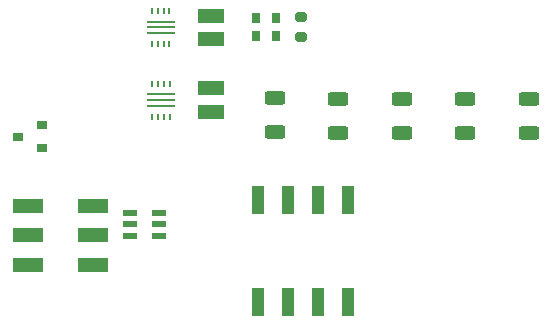
<source format=gbr>
%TF.GenerationSoftware,KiCad,Pcbnew,9.0.5*%
%TF.CreationDate,2025-10-15T03:39:03+09:00*%
%TF.ProjectId,fpga_pre_test,66706761-5f70-4726-955f-746573742e6b,rev?*%
%TF.SameCoordinates,Original*%
%TF.FileFunction,Paste,Top*%
%TF.FilePolarity,Positive*%
%FSLAX46Y46*%
G04 Gerber Fmt 4.6, Leading zero omitted, Abs format (unit mm)*
G04 Created by KiCad (PCBNEW 9.0.5) date 2025-10-15 03:39:03*
%MOMM*%
%LPD*%
G01*
G04 APERTURE LIST*
G04 Aperture macros list*
%AMRoundRect*
0 Rectangle with rounded corners*
0 $1 Rounding radius*
0 $2 $3 $4 $5 $6 $7 $8 $9 X,Y pos of 4 corners*
0 Add a 4 corners polygon primitive as box body*
4,1,4,$2,$3,$4,$5,$6,$7,$8,$9,$2,$3,0*
0 Add four circle primitives for the rounded corners*
1,1,$1+$1,$2,$3*
1,1,$1+$1,$4,$5*
1,1,$1+$1,$6,$7*
1,1,$1+$1,$8,$9*
0 Add four rect primitives between the rounded corners*
20,1,$1+$1,$2,$3,$4,$5,0*
20,1,$1+$1,$4,$5,$6,$7,0*
20,1,$1+$1,$6,$7,$8,$9,0*
20,1,$1+$1,$8,$9,$2,$3,0*%
G04 Aperture macros list end*
%ADD10R,0.250000X0.600000*%
%ADD11R,2.400000X0.250000*%
%ADD12RoundRect,0.250000X0.625000X-0.312500X0.625000X0.312500X-0.625000X0.312500X-0.625000X-0.312500X0*%
%ADD13R,1.130000X2.440000*%
%ADD14R,2.500000X1.200000*%
%ADD15R,0.900000X0.800000*%
%ADD16R,1.200000X0.600000*%
%ADD17R,2.200000X1.200000*%
%ADD18RoundRect,0.200000X-0.275000X0.200000X-0.275000X-0.200000X0.275000X-0.200000X0.275000X0.200000X0*%
%ADD19R,0.650000X0.850000*%
G04 APERTURE END LIST*
D10*
%TO.C,IC4*%
X139870000Y-90730000D03*
X140370000Y-90730000D03*
X140870000Y-90730000D03*
X141370000Y-90730000D03*
X141370000Y-93530000D03*
X140870000Y-93530000D03*
X140370000Y-93530000D03*
X139870000Y-93530000D03*
D11*
X140620000Y-92630000D03*
X140620000Y-92130000D03*
X140620000Y-91630000D03*
%TD*%
D12*
%TO.C,R20*%
X171770000Y-94907500D03*
X171770000Y-91982500D03*
%TD*%
%TO.C,R19*%
X166405000Y-92002500D03*
X166405000Y-94927500D03*
%TD*%
%TO.C,R18*%
X161040000Y-92002500D03*
X161040000Y-94927500D03*
%TD*%
%TO.C,R17*%
X155675000Y-92002500D03*
X155675000Y-94927500D03*
%TD*%
%TO.C,R16*%
X150310000Y-91932500D03*
X150310000Y-94857500D03*
%TD*%
D13*
%TO.C,S2*%
X148870000Y-109200000D03*
X151410000Y-109200000D03*
X153950000Y-109200000D03*
X156490000Y-109200000D03*
X156490000Y-100600000D03*
X153950000Y-100600000D03*
X151410000Y-100600000D03*
X148870000Y-100600000D03*
%TD*%
D14*
%TO.C,S1*%
X134880000Y-106080000D03*
X134880000Y-103580000D03*
X134880000Y-101080000D03*
X129380000Y-106080000D03*
X129380000Y-103580000D03*
X129380000Y-101080000D03*
%TD*%
D15*
%TO.C,IC1*%
X128580000Y-95200000D03*
X130580000Y-96150000D03*
X130580000Y-94250000D03*
%TD*%
D16*
%TO.C,IC2*%
X140481493Y-101682499D03*
X140481493Y-102632499D03*
X140481493Y-103582499D03*
X137981493Y-103582499D03*
X137981493Y-102632499D03*
X137981493Y-101682499D03*
%TD*%
D17*
%TO.C,L2*%
X144920000Y-91130000D03*
X144920000Y-93130000D03*
%TD*%
D10*
%TO.C,IC3*%
X139865000Y-84570000D03*
X140365000Y-84570000D03*
X140865000Y-84570000D03*
X141365000Y-84570000D03*
X141365000Y-87370000D03*
X140865000Y-87370000D03*
X140365000Y-87370000D03*
X139865000Y-87370000D03*
D11*
X140615000Y-86470000D03*
X140615000Y-85970000D03*
X140615000Y-85470000D03*
%TD*%
D17*
%TO.C,L1*%
X144915000Y-86970000D03*
X144915000Y-84970000D03*
%TD*%
D18*
%TO.C,R21*%
X152510000Y-86770000D03*
X152510000Y-85120000D03*
%TD*%
D19*
%TO.C,Y1*%
X148710000Y-86720000D03*
X150360000Y-86720000D03*
X150360000Y-85170000D03*
X148710000Y-85170000D03*
%TD*%
M02*

</source>
